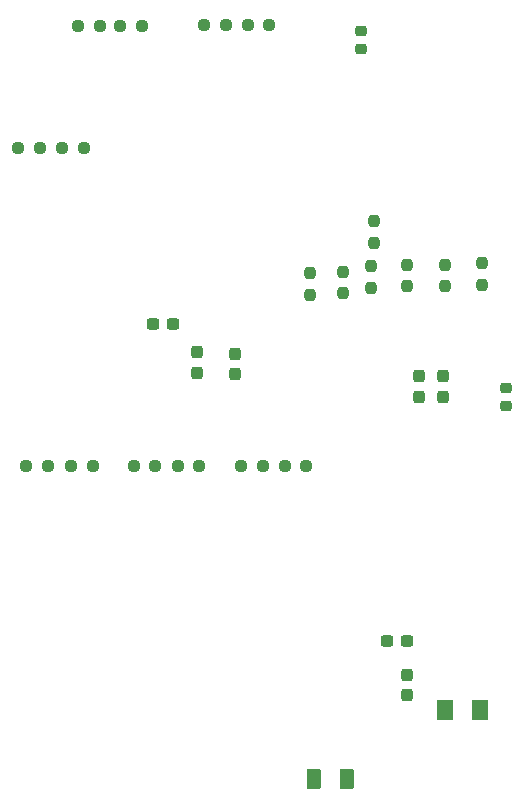
<source format=gbr>
%TF.GenerationSoftware,KiCad,Pcbnew,7.0.7*%
%TF.CreationDate,2024-05-10T07:30:13-05:00*%
%TF.ProjectId,WaterBlasterV2,57617465-7242-46c6-9173-74657256322e,rev?*%
%TF.SameCoordinates,Original*%
%TF.FileFunction,Paste,Bot*%
%TF.FilePolarity,Positive*%
%FSLAX46Y46*%
G04 Gerber Fmt 4.6, Leading zero omitted, Abs format (unit mm)*
G04 Created by KiCad (PCBNEW 7.0.7) date 2024-05-10 07:30:13*
%MOMM*%
%LPD*%
G01*
G04 APERTURE LIST*
G04 Aperture macros list*
%AMRoundRect*
0 Rectangle with rounded corners*
0 $1 Rounding radius*
0 $2 $3 $4 $5 $6 $7 $8 $9 X,Y pos of 4 corners*
0 Add a 4 corners polygon primitive as box body*
4,1,4,$2,$3,$4,$5,$6,$7,$8,$9,$2,$3,0*
0 Add four circle primitives for the rounded corners*
1,1,$1+$1,$2,$3*
1,1,$1+$1,$4,$5*
1,1,$1+$1,$6,$7*
1,1,$1+$1,$8,$9*
0 Add four rect primitives between the rounded corners*
20,1,$1+$1,$2,$3,$4,$5,0*
20,1,$1+$1,$4,$5,$6,$7,0*
20,1,$1+$1,$6,$7,$8,$9,0*
20,1,$1+$1,$8,$9,$2,$3,0*%
G04 Aperture macros list end*
%ADD10RoundRect,0.218750X0.256250X-0.218750X0.256250X0.218750X-0.256250X0.218750X-0.256250X-0.218750X0*%
%ADD11RoundRect,0.237500X0.237500X-0.250000X0.237500X0.250000X-0.237500X0.250000X-0.237500X-0.250000X0*%
%ADD12RoundRect,0.237500X-0.237500X0.300000X-0.237500X-0.300000X0.237500X-0.300000X0.237500X0.300000X0*%
%ADD13RoundRect,0.237500X0.300000X0.237500X-0.300000X0.237500X-0.300000X-0.237500X0.300000X-0.237500X0*%
%ADD14RoundRect,0.237500X0.250000X0.237500X-0.250000X0.237500X-0.250000X-0.237500X0.250000X-0.237500X0*%
%ADD15RoundRect,0.237500X-0.250000X-0.237500X0.250000X-0.237500X0.250000X0.237500X-0.250000X0.237500X0*%
%ADD16RoundRect,0.237500X-0.237500X0.250000X-0.237500X-0.250000X0.237500X-0.250000X0.237500X0.250000X0*%
%ADD17RoundRect,0.250001X0.462499X0.624999X-0.462499X0.624999X-0.462499X-0.624999X0.462499X-0.624999X0*%
%ADD18RoundRect,0.250000X-0.375000X-0.625000X0.375000X-0.625000X0.375000X0.625000X-0.375000X0.625000X0*%
%ADD19RoundRect,0.237500X0.237500X-0.300000X0.237500X0.300000X-0.237500X0.300000X-0.237500X-0.300000X0*%
G04 APERTURE END LIST*
D10*
%TO.C,F4*%
X141351000Y-99974500D03*
X141351000Y-98399500D03*
%TD*%
D11*
%TO.C,R9*%
X130175000Y-86129500D03*
X130175000Y-84304500D03*
%TD*%
%TO.C,R8*%
X124714000Y-90551000D03*
X124714000Y-88726000D03*
%TD*%
%TO.C,R7*%
X127508000Y-90424000D03*
X127508000Y-88599000D03*
%TD*%
D12*
%TO.C,C7*%
X115189000Y-95403500D03*
X115189000Y-97128500D03*
%TD*%
%TO.C,C6*%
X118414250Y-95530500D03*
X118414250Y-97255500D03*
%TD*%
D13*
%TO.C,C5*%
X113166499Y-93052900D03*
X111441499Y-93052900D03*
%TD*%
D14*
%TO.C,R27*%
X106957500Y-67818000D03*
X105132500Y-67818000D03*
%TD*%
%TO.C,R26*%
X115800500Y-67691000D03*
X117625500Y-67691000D03*
%TD*%
D15*
%TO.C,R25*%
X106346000Y-105029000D03*
X104521000Y-105029000D03*
%TD*%
%TO.C,R24*%
X113538000Y-105029000D03*
X115363000Y-105029000D03*
%TD*%
%TO.C,R23*%
X124436500Y-105029000D03*
X122611500Y-105029000D03*
%TD*%
D14*
%TO.C,R22*%
X110513500Y-67818000D03*
X108688500Y-67818000D03*
%TD*%
%TO.C,R21*%
X121308500Y-67691000D03*
X119483500Y-67691000D03*
%TD*%
D15*
%TO.C,R20*%
X102559500Y-105029000D03*
X100734500Y-105029000D03*
%TD*%
%TO.C,R19*%
X111656500Y-105029000D03*
X109831500Y-105029000D03*
%TD*%
%TO.C,R18*%
X118952000Y-105029000D03*
X120777000Y-105029000D03*
%TD*%
D14*
%TO.C,R15*%
X100052500Y-78105000D03*
X101877500Y-78105000D03*
%TD*%
%TO.C,R14*%
X103759000Y-78105000D03*
X105584000Y-78105000D03*
%TD*%
D16*
%TO.C,R13*%
X129921000Y-88114500D03*
X129921000Y-89939500D03*
%TD*%
%TO.C,R12*%
X132969000Y-87987500D03*
X132969000Y-89812500D03*
%TD*%
%TO.C,R11*%
X136144000Y-87987500D03*
X136144000Y-89812500D03*
%TD*%
%TO.C,R10*%
X139319000Y-87860500D03*
X139319000Y-89685500D03*
%TD*%
D17*
%TO.C,F3*%
X139155500Y-125730000D03*
X136180500Y-125730000D03*
%TD*%
D10*
%TO.C,F2*%
X129032000Y-69748500D03*
X129032000Y-68173500D03*
%TD*%
D18*
%TO.C,F1*%
X127892000Y-131572000D03*
X125092000Y-131572000D03*
%TD*%
D13*
%TO.C,C4*%
X132969000Y-119888000D03*
X131244000Y-119888000D03*
%TD*%
D19*
%TO.C,C3*%
X132969000Y-122708500D03*
X132969000Y-124433500D03*
%TD*%
D12*
%TO.C,C2*%
X133985000Y-97435500D03*
X133985000Y-99160500D03*
%TD*%
%TO.C,C1*%
X136017000Y-97435500D03*
X136017000Y-99160500D03*
%TD*%
M02*

</source>
